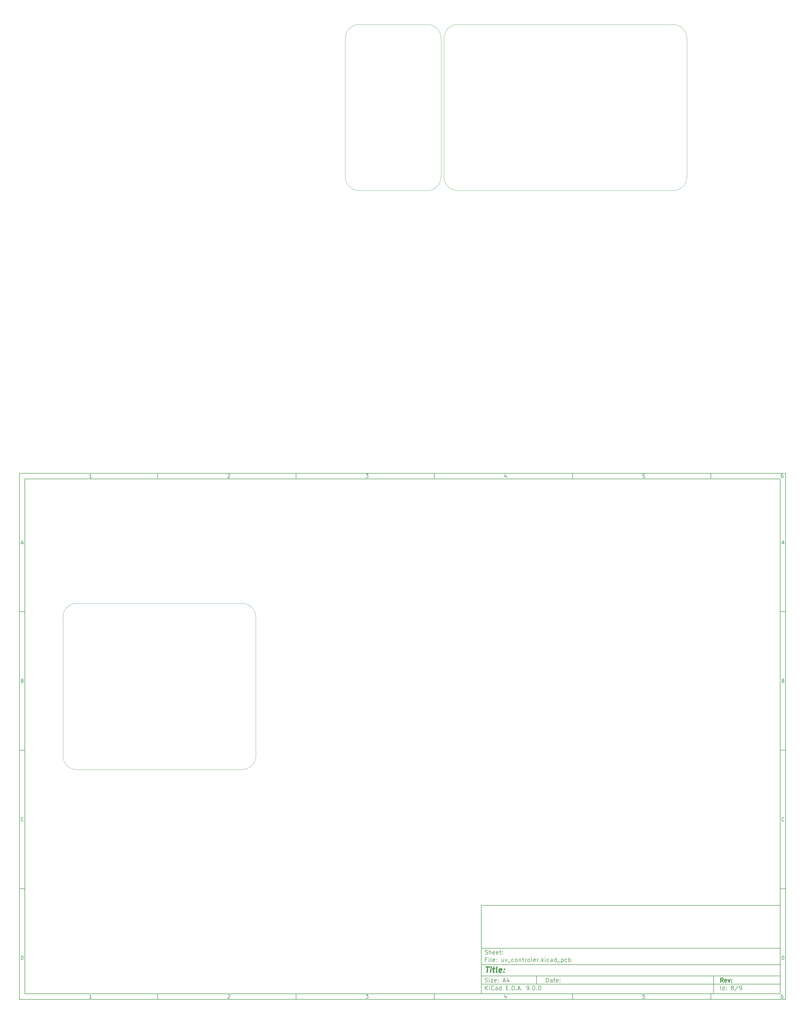
<source format=gbr>
%TF.GenerationSoftware,KiCad,Pcbnew,9.0.0*%
%TF.CreationDate,2025-06-04T23:26:29+02:00*%
%TF.ProjectId,uv_controler,75765f63-6f6e-4747-926f-6c65722e6b69,rev?*%
%TF.SameCoordinates,Original*%
%TF.FileFunction,Profile,NP*%
%FSLAX46Y46*%
G04 Gerber Fmt 4.6, Leading zero omitted, Abs format (unit mm)*
G04 Created by KiCad (PCBNEW 9.0.0) date 2025-06-04 23:26:29*
%MOMM*%
%LPD*%
G01*
G04 APERTURE LIST*
%ADD10C,0.100000*%
%ADD11C,0.150000*%
%ADD12C,0.300000*%
%ADD13C,0.400000*%
%TA.AperFunction,Profile*%
%ADD14C,0.050000*%
%TD*%
G04 APERTURE END LIST*
D10*
D11*
X177002200Y-166007200D02*
X285002200Y-166007200D01*
X285002200Y-198007200D01*
X177002200Y-198007200D01*
X177002200Y-166007200D01*
D10*
D11*
X10000000Y-10000000D02*
X287002200Y-10000000D01*
X287002200Y-200007200D01*
X10000000Y-200007200D01*
X10000000Y-10000000D01*
D10*
D11*
X12000000Y-12000000D02*
X285002200Y-12000000D01*
X285002200Y-198007200D01*
X12000000Y-198007200D01*
X12000000Y-12000000D01*
D10*
D11*
X60000000Y-12000000D02*
X60000000Y-10000000D01*
D10*
D11*
X110000000Y-12000000D02*
X110000000Y-10000000D01*
D10*
D11*
X160000000Y-12000000D02*
X160000000Y-10000000D01*
D10*
D11*
X210000000Y-12000000D02*
X210000000Y-10000000D01*
D10*
D11*
X260000000Y-12000000D02*
X260000000Y-10000000D01*
D10*
D11*
X36089160Y-11593604D02*
X35346303Y-11593604D01*
X35717731Y-11593604D02*
X35717731Y-10293604D01*
X35717731Y-10293604D02*
X35593922Y-10479319D01*
X35593922Y-10479319D02*
X35470112Y-10603128D01*
X35470112Y-10603128D02*
X35346303Y-10665033D01*
D10*
D11*
X85346303Y-10417414D02*
X85408207Y-10355509D01*
X85408207Y-10355509D02*
X85532017Y-10293604D01*
X85532017Y-10293604D02*
X85841541Y-10293604D01*
X85841541Y-10293604D02*
X85965350Y-10355509D01*
X85965350Y-10355509D02*
X86027255Y-10417414D01*
X86027255Y-10417414D02*
X86089160Y-10541223D01*
X86089160Y-10541223D02*
X86089160Y-10665033D01*
X86089160Y-10665033D02*
X86027255Y-10850747D01*
X86027255Y-10850747D02*
X85284398Y-11593604D01*
X85284398Y-11593604D02*
X86089160Y-11593604D01*
D10*
D11*
X135284398Y-10293604D02*
X136089160Y-10293604D01*
X136089160Y-10293604D02*
X135655826Y-10788842D01*
X135655826Y-10788842D02*
X135841541Y-10788842D01*
X135841541Y-10788842D02*
X135965350Y-10850747D01*
X135965350Y-10850747D02*
X136027255Y-10912652D01*
X136027255Y-10912652D02*
X136089160Y-11036461D01*
X136089160Y-11036461D02*
X136089160Y-11345985D01*
X136089160Y-11345985D02*
X136027255Y-11469795D01*
X136027255Y-11469795D02*
X135965350Y-11531700D01*
X135965350Y-11531700D02*
X135841541Y-11593604D01*
X135841541Y-11593604D02*
X135470112Y-11593604D01*
X135470112Y-11593604D02*
X135346303Y-11531700D01*
X135346303Y-11531700D02*
X135284398Y-11469795D01*
D10*
D11*
X185965350Y-10726938D02*
X185965350Y-11593604D01*
X185655826Y-10231700D02*
X185346303Y-11160271D01*
X185346303Y-11160271D02*
X186151064Y-11160271D01*
D10*
D11*
X236027255Y-10293604D02*
X235408207Y-10293604D01*
X235408207Y-10293604D02*
X235346303Y-10912652D01*
X235346303Y-10912652D02*
X235408207Y-10850747D01*
X235408207Y-10850747D02*
X235532017Y-10788842D01*
X235532017Y-10788842D02*
X235841541Y-10788842D01*
X235841541Y-10788842D02*
X235965350Y-10850747D01*
X235965350Y-10850747D02*
X236027255Y-10912652D01*
X236027255Y-10912652D02*
X236089160Y-11036461D01*
X236089160Y-11036461D02*
X236089160Y-11345985D01*
X236089160Y-11345985D02*
X236027255Y-11469795D01*
X236027255Y-11469795D02*
X235965350Y-11531700D01*
X235965350Y-11531700D02*
X235841541Y-11593604D01*
X235841541Y-11593604D02*
X235532017Y-11593604D01*
X235532017Y-11593604D02*
X235408207Y-11531700D01*
X235408207Y-11531700D02*
X235346303Y-11469795D01*
D10*
D11*
X285965350Y-10293604D02*
X285717731Y-10293604D01*
X285717731Y-10293604D02*
X285593922Y-10355509D01*
X285593922Y-10355509D02*
X285532017Y-10417414D01*
X285532017Y-10417414D02*
X285408207Y-10603128D01*
X285408207Y-10603128D02*
X285346303Y-10850747D01*
X285346303Y-10850747D02*
X285346303Y-11345985D01*
X285346303Y-11345985D02*
X285408207Y-11469795D01*
X285408207Y-11469795D02*
X285470112Y-11531700D01*
X285470112Y-11531700D02*
X285593922Y-11593604D01*
X285593922Y-11593604D02*
X285841541Y-11593604D01*
X285841541Y-11593604D02*
X285965350Y-11531700D01*
X285965350Y-11531700D02*
X286027255Y-11469795D01*
X286027255Y-11469795D02*
X286089160Y-11345985D01*
X286089160Y-11345985D02*
X286089160Y-11036461D01*
X286089160Y-11036461D02*
X286027255Y-10912652D01*
X286027255Y-10912652D02*
X285965350Y-10850747D01*
X285965350Y-10850747D02*
X285841541Y-10788842D01*
X285841541Y-10788842D02*
X285593922Y-10788842D01*
X285593922Y-10788842D02*
X285470112Y-10850747D01*
X285470112Y-10850747D02*
X285408207Y-10912652D01*
X285408207Y-10912652D02*
X285346303Y-11036461D01*
D10*
D11*
X60000000Y-198007200D02*
X60000000Y-200007200D01*
D10*
D11*
X110000000Y-198007200D02*
X110000000Y-200007200D01*
D10*
D11*
X160000000Y-198007200D02*
X160000000Y-200007200D01*
D10*
D11*
X210000000Y-198007200D02*
X210000000Y-200007200D01*
D10*
D11*
X260000000Y-198007200D02*
X260000000Y-200007200D01*
D10*
D11*
X36089160Y-199600804D02*
X35346303Y-199600804D01*
X35717731Y-199600804D02*
X35717731Y-198300804D01*
X35717731Y-198300804D02*
X35593922Y-198486519D01*
X35593922Y-198486519D02*
X35470112Y-198610328D01*
X35470112Y-198610328D02*
X35346303Y-198672233D01*
D10*
D11*
X85346303Y-198424614D02*
X85408207Y-198362709D01*
X85408207Y-198362709D02*
X85532017Y-198300804D01*
X85532017Y-198300804D02*
X85841541Y-198300804D01*
X85841541Y-198300804D02*
X85965350Y-198362709D01*
X85965350Y-198362709D02*
X86027255Y-198424614D01*
X86027255Y-198424614D02*
X86089160Y-198548423D01*
X86089160Y-198548423D02*
X86089160Y-198672233D01*
X86089160Y-198672233D02*
X86027255Y-198857947D01*
X86027255Y-198857947D02*
X85284398Y-199600804D01*
X85284398Y-199600804D02*
X86089160Y-199600804D01*
D10*
D11*
X135284398Y-198300804D02*
X136089160Y-198300804D01*
X136089160Y-198300804D02*
X135655826Y-198796042D01*
X135655826Y-198796042D02*
X135841541Y-198796042D01*
X135841541Y-198796042D02*
X135965350Y-198857947D01*
X135965350Y-198857947D02*
X136027255Y-198919852D01*
X136027255Y-198919852D02*
X136089160Y-199043661D01*
X136089160Y-199043661D02*
X136089160Y-199353185D01*
X136089160Y-199353185D02*
X136027255Y-199476995D01*
X136027255Y-199476995D02*
X135965350Y-199538900D01*
X135965350Y-199538900D02*
X135841541Y-199600804D01*
X135841541Y-199600804D02*
X135470112Y-199600804D01*
X135470112Y-199600804D02*
X135346303Y-199538900D01*
X135346303Y-199538900D02*
X135284398Y-199476995D01*
D10*
D11*
X185965350Y-198734138D02*
X185965350Y-199600804D01*
X185655826Y-198238900D02*
X185346303Y-199167471D01*
X185346303Y-199167471D02*
X186151064Y-199167471D01*
D10*
D11*
X236027255Y-198300804D02*
X235408207Y-198300804D01*
X235408207Y-198300804D02*
X235346303Y-198919852D01*
X235346303Y-198919852D02*
X235408207Y-198857947D01*
X235408207Y-198857947D02*
X235532017Y-198796042D01*
X235532017Y-198796042D02*
X235841541Y-198796042D01*
X235841541Y-198796042D02*
X235965350Y-198857947D01*
X235965350Y-198857947D02*
X236027255Y-198919852D01*
X236027255Y-198919852D02*
X236089160Y-199043661D01*
X236089160Y-199043661D02*
X236089160Y-199353185D01*
X236089160Y-199353185D02*
X236027255Y-199476995D01*
X236027255Y-199476995D02*
X235965350Y-199538900D01*
X235965350Y-199538900D02*
X235841541Y-199600804D01*
X235841541Y-199600804D02*
X235532017Y-199600804D01*
X235532017Y-199600804D02*
X235408207Y-199538900D01*
X235408207Y-199538900D02*
X235346303Y-199476995D01*
D10*
D11*
X285965350Y-198300804D02*
X285717731Y-198300804D01*
X285717731Y-198300804D02*
X285593922Y-198362709D01*
X285593922Y-198362709D02*
X285532017Y-198424614D01*
X285532017Y-198424614D02*
X285408207Y-198610328D01*
X285408207Y-198610328D02*
X285346303Y-198857947D01*
X285346303Y-198857947D02*
X285346303Y-199353185D01*
X285346303Y-199353185D02*
X285408207Y-199476995D01*
X285408207Y-199476995D02*
X285470112Y-199538900D01*
X285470112Y-199538900D02*
X285593922Y-199600804D01*
X285593922Y-199600804D02*
X285841541Y-199600804D01*
X285841541Y-199600804D02*
X285965350Y-199538900D01*
X285965350Y-199538900D02*
X286027255Y-199476995D01*
X286027255Y-199476995D02*
X286089160Y-199353185D01*
X286089160Y-199353185D02*
X286089160Y-199043661D01*
X286089160Y-199043661D02*
X286027255Y-198919852D01*
X286027255Y-198919852D02*
X285965350Y-198857947D01*
X285965350Y-198857947D02*
X285841541Y-198796042D01*
X285841541Y-198796042D02*
X285593922Y-198796042D01*
X285593922Y-198796042D02*
X285470112Y-198857947D01*
X285470112Y-198857947D02*
X285408207Y-198919852D01*
X285408207Y-198919852D02*
X285346303Y-199043661D01*
D10*
D11*
X10000000Y-60000000D02*
X12000000Y-60000000D01*
D10*
D11*
X10000000Y-110000000D02*
X12000000Y-110000000D01*
D10*
D11*
X10000000Y-160000000D02*
X12000000Y-160000000D01*
D10*
D11*
X10690476Y-35222176D02*
X11309523Y-35222176D01*
X10566666Y-35593604D02*
X10999999Y-34293604D01*
X10999999Y-34293604D02*
X11433333Y-35593604D01*
D10*
D11*
X11092857Y-84912652D02*
X11278571Y-84974557D01*
X11278571Y-84974557D02*
X11340476Y-85036461D01*
X11340476Y-85036461D02*
X11402380Y-85160271D01*
X11402380Y-85160271D02*
X11402380Y-85345985D01*
X11402380Y-85345985D02*
X11340476Y-85469795D01*
X11340476Y-85469795D02*
X11278571Y-85531700D01*
X11278571Y-85531700D02*
X11154761Y-85593604D01*
X11154761Y-85593604D02*
X10659523Y-85593604D01*
X10659523Y-85593604D02*
X10659523Y-84293604D01*
X10659523Y-84293604D02*
X11092857Y-84293604D01*
X11092857Y-84293604D02*
X11216666Y-84355509D01*
X11216666Y-84355509D02*
X11278571Y-84417414D01*
X11278571Y-84417414D02*
X11340476Y-84541223D01*
X11340476Y-84541223D02*
X11340476Y-84665033D01*
X11340476Y-84665033D02*
X11278571Y-84788842D01*
X11278571Y-84788842D02*
X11216666Y-84850747D01*
X11216666Y-84850747D02*
X11092857Y-84912652D01*
X11092857Y-84912652D02*
X10659523Y-84912652D01*
D10*
D11*
X11402380Y-135469795D02*
X11340476Y-135531700D01*
X11340476Y-135531700D02*
X11154761Y-135593604D01*
X11154761Y-135593604D02*
X11030952Y-135593604D01*
X11030952Y-135593604D02*
X10845238Y-135531700D01*
X10845238Y-135531700D02*
X10721428Y-135407890D01*
X10721428Y-135407890D02*
X10659523Y-135284080D01*
X10659523Y-135284080D02*
X10597619Y-135036461D01*
X10597619Y-135036461D02*
X10597619Y-134850747D01*
X10597619Y-134850747D02*
X10659523Y-134603128D01*
X10659523Y-134603128D02*
X10721428Y-134479319D01*
X10721428Y-134479319D02*
X10845238Y-134355509D01*
X10845238Y-134355509D02*
X11030952Y-134293604D01*
X11030952Y-134293604D02*
X11154761Y-134293604D01*
X11154761Y-134293604D02*
X11340476Y-134355509D01*
X11340476Y-134355509D02*
X11402380Y-134417414D01*
D10*
D11*
X10659523Y-185593604D02*
X10659523Y-184293604D01*
X10659523Y-184293604D02*
X10969047Y-184293604D01*
X10969047Y-184293604D02*
X11154761Y-184355509D01*
X11154761Y-184355509D02*
X11278571Y-184479319D01*
X11278571Y-184479319D02*
X11340476Y-184603128D01*
X11340476Y-184603128D02*
X11402380Y-184850747D01*
X11402380Y-184850747D02*
X11402380Y-185036461D01*
X11402380Y-185036461D02*
X11340476Y-185284080D01*
X11340476Y-185284080D02*
X11278571Y-185407890D01*
X11278571Y-185407890D02*
X11154761Y-185531700D01*
X11154761Y-185531700D02*
X10969047Y-185593604D01*
X10969047Y-185593604D02*
X10659523Y-185593604D01*
D10*
D11*
X287002200Y-60000000D02*
X285002200Y-60000000D01*
D10*
D11*
X287002200Y-110000000D02*
X285002200Y-110000000D01*
D10*
D11*
X287002200Y-160000000D02*
X285002200Y-160000000D01*
D10*
D11*
X285692676Y-35222176D02*
X286311723Y-35222176D01*
X285568866Y-35593604D02*
X286002199Y-34293604D01*
X286002199Y-34293604D02*
X286435533Y-35593604D01*
D10*
D11*
X286095057Y-84912652D02*
X286280771Y-84974557D01*
X286280771Y-84974557D02*
X286342676Y-85036461D01*
X286342676Y-85036461D02*
X286404580Y-85160271D01*
X286404580Y-85160271D02*
X286404580Y-85345985D01*
X286404580Y-85345985D02*
X286342676Y-85469795D01*
X286342676Y-85469795D02*
X286280771Y-85531700D01*
X286280771Y-85531700D02*
X286156961Y-85593604D01*
X286156961Y-85593604D02*
X285661723Y-85593604D01*
X285661723Y-85593604D02*
X285661723Y-84293604D01*
X285661723Y-84293604D02*
X286095057Y-84293604D01*
X286095057Y-84293604D02*
X286218866Y-84355509D01*
X286218866Y-84355509D02*
X286280771Y-84417414D01*
X286280771Y-84417414D02*
X286342676Y-84541223D01*
X286342676Y-84541223D02*
X286342676Y-84665033D01*
X286342676Y-84665033D02*
X286280771Y-84788842D01*
X286280771Y-84788842D02*
X286218866Y-84850747D01*
X286218866Y-84850747D02*
X286095057Y-84912652D01*
X286095057Y-84912652D02*
X285661723Y-84912652D01*
D10*
D11*
X286404580Y-135469795D02*
X286342676Y-135531700D01*
X286342676Y-135531700D02*
X286156961Y-135593604D01*
X286156961Y-135593604D02*
X286033152Y-135593604D01*
X286033152Y-135593604D02*
X285847438Y-135531700D01*
X285847438Y-135531700D02*
X285723628Y-135407890D01*
X285723628Y-135407890D02*
X285661723Y-135284080D01*
X285661723Y-135284080D02*
X285599819Y-135036461D01*
X285599819Y-135036461D02*
X285599819Y-134850747D01*
X285599819Y-134850747D02*
X285661723Y-134603128D01*
X285661723Y-134603128D02*
X285723628Y-134479319D01*
X285723628Y-134479319D02*
X285847438Y-134355509D01*
X285847438Y-134355509D02*
X286033152Y-134293604D01*
X286033152Y-134293604D02*
X286156961Y-134293604D01*
X286156961Y-134293604D02*
X286342676Y-134355509D01*
X286342676Y-134355509D02*
X286404580Y-134417414D01*
D10*
D11*
X285661723Y-185593604D02*
X285661723Y-184293604D01*
X285661723Y-184293604D02*
X285971247Y-184293604D01*
X285971247Y-184293604D02*
X286156961Y-184355509D01*
X286156961Y-184355509D02*
X286280771Y-184479319D01*
X286280771Y-184479319D02*
X286342676Y-184603128D01*
X286342676Y-184603128D02*
X286404580Y-184850747D01*
X286404580Y-184850747D02*
X286404580Y-185036461D01*
X286404580Y-185036461D02*
X286342676Y-185284080D01*
X286342676Y-185284080D02*
X286280771Y-185407890D01*
X286280771Y-185407890D02*
X286156961Y-185531700D01*
X286156961Y-185531700D02*
X285971247Y-185593604D01*
X285971247Y-185593604D02*
X285661723Y-185593604D01*
D10*
D11*
X200458026Y-193793328D02*
X200458026Y-192293328D01*
X200458026Y-192293328D02*
X200815169Y-192293328D01*
X200815169Y-192293328D02*
X201029455Y-192364757D01*
X201029455Y-192364757D02*
X201172312Y-192507614D01*
X201172312Y-192507614D02*
X201243741Y-192650471D01*
X201243741Y-192650471D02*
X201315169Y-192936185D01*
X201315169Y-192936185D02*
X201315169Y-193150471D01*
X201315169Y-193150471D02*
X201243741Y-193436185D01*
X201243741Y-193436185D02*
X201172312Y-193579042D01*
X201172312Y-193579042D02*
X201029455Y-193721900D01*
X201029455Y-193721900D02*
X200815169Y-193793328D01*
X200815169Y-193793328D02*
X200458026Y-193793328D01*
X202600884Y-193793328D02*
X202600884Y-193007614D01*
X202600884Y-193007614D02*
X202529455Y-192864757D01*
X202529455Y-192864757D02*
X202386598Y-192793328D01*
X202386598Y-192793328D02*
X202100884Y-192793328D01*
X202100884Y-192793328D02*
X201958026Y-192864757D01*
X202600884Y-193721900D02*
X202458026Y-193793328D01*
X202458026Y-193793328D02*
X202100884Y-193793328D01*
X202100884Y-193793328D02*
X201958026Y-193721900D01*
X201958026Y-193721900D02*
X201886598Y-193579042D01*
X201886598Y-193579042D02*
X201886598Y-193436185D01*
X201886598Y-193436185D02*
X201958026Y-193293328D01*
X201958026Y-193293328D02*
X202100884Y-193221900D01*
X202100884Y-193221900D02*
X202458026Y-193221900D01*
X202458026Y-193221900D02*
X202600884Y-193150471D01*
X203100884Y-192793328D02*
X203672312Y-192793328D01*
X203315169Y-192293328D02*
X203315169Y-193579042D01*
X203315169Y-193579042D02*
X203386598Y-193721900D01*
X203386598Y-193721900D02*
X203529455Y-193793328D01*
X203529455Y-193793328D02*
X203672312Y-193793328D01*
X204743741Y-193721900D02*
X204600884Y-193793328D01*
X204600884Y-193793328D02*
X204315170Y-193793328D01*
X204315170Y-193793328D02*
X204172312Y-193721900D01*
X204172312Y-193721900D02*
X204100884Y-193579042D01*
X204100884Y-193579042D02*
X204100884Y-193007614D01*
X204100884Y-193007614D02*
X204172312Y-192864757D01*
X204172312Y-192864757D02*
X204315170Y-192793328D01*
X204315170Y-192793328D02*
X204600884Y-192793328D01*
X204600884Y-192793328D02*
X204743741Y-192864757D01*
X204743741Y-192864757D02*
X204815170Y-193007614D01*
X204815170Y-193007614D02*
X204815170Y-193150471D01*
X204815170Y-193150471D02*
X204100884Y-193293328D01*
X205458026Y-193650471D02*
X205529455Y-193721900D01*
X205529455Y-193721900D02*
X205458026Y-193793328D01*
X205458026Y-193793328D02*
X205386598Y-193721900D01*
X205386598Y-193721900D02*
X205458026Y-193650471D01*
X205458026Y-193650471D02*
X205458026Y-193793328D01*
X205458026Y-192864757D02*
X205529455Y-192936185D01*
X205529455Y-192936185D02*
X205458026Y-193007614D01*
X205458026Y-193007614D02*
X205386598Y-192936185D01*
X205386598Y-192936185D02*
X205458026Y-192864757D01*
X205458026Y-192864757D02*
X205458026Y-193007614D01*
D10*
D11*
X177002200Y-194507200D02*
X285002200Y-194507200D01*
D10*
D11*
X178458026Y-196593328D02*
X178458026Y-195093328D01*
X179315169Y-196593328D02*
X178672312Y-195736185D01*
X179315169Y-195093328D02*
X178458026Y-195950471D01*
X179958026Y-196593328D02*
X179958026Y-195593328D01*
X179958026Y-195093328D02*
X179886598Y-195164757D01*
X179886598Y-195164757D02*
X179958026Y-195236185D01*
X179958026Y-195236185D02*
X180029455Y-195164757D01*
X180029455Y-195164757D02*
X179958026Y-195093328D01*
X179958026Y-195093328D02*
X179958026Y-195236185D01*
X181529455Y-196450471D02*
X181458027Y-196521900D01*
X181458027Y-196521900D02*
X181243741Y-196593328D01*
X181243741Y-196593328D02*
X181100884Y-196593328D01*
X181100884Y-196593328D02*
X180886598Y-196521900D01*
X180886598Y-196521900D02*
X180743741Y-196379042D01*
X180743741Y-196379042D02*
X180672312Y-196236185D01*
X180672312Y-196236185D02*
X180600884Y-195950471D01*
X180600884Y-195950471D02*
X180600884Y-195736185D01*
X180600884Y-195736185D02*
X180672312Y-195450471D01*
X180672312Y-195450471D02*
X180743741Y-195307614D01*
X180743741Y-195307614D02*
X180886598Y-195164757D01*
X180886598Y-195164757D02*
X181100884Y-195093328D01*
X181100884Y-195093328D02*
X181243741Y-195093328D01*
X181243741Y-195093328D02*
X181458027Y-195164757D01*
X181458027Y-195164757D02*
X181529455Y-195236185D01*
X182815170Y-196593328D02*
X182815170Y-195807614D01*
X182815170Y-195807614D02*
X182743741Y-195664757D01*
X182743741Y-195664757D02*
X182600884Y-195593328D01*
X182600884Y-195593328D02*
X182315170Y-195593328D01*
X182315170Y-195593328D02*
X182172312Y-195664757D01*
X182815170Y-196521900D02*
X182672312Y-196593328D01*
X182672312Y-196593328D02*
X182315170Y-196593328D01*
X182315170Y-196593328D02*
X182172312Y-196521900D01*
X182172312Y-196521900D02*
X182100884Y-196379042D01*
X182100884Y-196379042D02*
X182100884Y-196236185D01*
X182100884Y-196236185D02*
X182172312Y-196093328D01*
X182172312Y-196093328D02*
X182315170Y-196021900D01*
X182315170Y-196021900D02*
X182672312Y-196021900D01*
X182672312Y-196021900D02*
X182815170Y-195950471D01*
X184172313Y-196593328D02*
X184172313Y-195093328D01*
X184172313Y-196521900D02*
X184029455Y-196593328D01*
X184029455Y-196593328D02*
X183743741Y-196593328D01*
X183743741Y-196593328D02*
X183600884Y-196521900D01*
X183600884Y-196521900D02*
X183529455Y-196450471D01*
X183529455Y-196450471D02*
X183458027Y-196307614D01*
X183458027Y-196307614D02*
X183458027Y-195879042D01*
X183458027Y-195879042D02*
X183529455Y-195736185D01*
X183529455Y-195736185D02*
X183600884Y-195664757D01*
X183600884Y-195664757D02*
X183743741Y-195593328D01*
X183743741Y-195593328D02*
X184029455Y-195593328D01*
X184029455Y-195593328D02*
X184172313Y-195664757D01*
X186029455Y-195807614D02*
X186529455Y-195807614D01*
X186743741Y-196593328D02*
X186029455Y-196593328D01*
X186029455Y-196593328D02*
X186029455Y-195093328D01*
X186029455Y-195093328D02*
X186743741Y-195093328D01*
X187386598Y-196450471D02*
X187458027Y-196521900D01*
X187458027Y-196521900D02*
X187386598Y-196593328D01*
X187386598Y-196593328D02*
X187315170Y-196521900D01*
X187315170Y-196521900D02*
X187386598Y-196450471D01*
X187386598Y-196450471D02*
X187386598Y-196593328D01*
X188100884Y-196593328D02*
X188100884Y-195093328D01*
X188100884Y-195093328D02*
X188458027Y-195093328D01*
X188458027Y-195093328D02*
X188672313Y-195164757D01*
X188672313Y-195164757D02*
X188815170Y-195307614D01*
X188815170Y-195307614D02*
X188886599Y-195450471D01*
X188886599Y-195450471D02*
X188958027Y-195736185D01*
X188958027Y-195736185D02*
X188958027Y-195950471D01*
X188958027Y-195950471D02*
X188886599Y-196236185D01*
X188886599Y-196236185D02*
X188815170Y-196379042D01*
X188815170Y-196379042D02*
X188672313Y-196521900D01*
X188672313Y-196521900D02*
X188458027Y-196593328D01*
X188458027Y-196593328D02*
X188100884Y-196593328D01*
X189600884Y-196450471D02*
X189672313Y-196521900D01*
X189672313Y-196521900D02*
X189600884Y-196593328D01*
X189600884Y-196593328D02*
X189529456Y-196521900D01*
X189529456Y-196521900D02*
X189600884Y-196450471D01*
X189600884Y-196450471D02*
X189600884Y-196593328D01*
X190243742Y-196164757D02*
X190958028Y-196164757D01*
X190100885Y-196593328D02*
X190600885Y-195093328D01*
X190600885Y-195093328D02*
X191100885Y-196593328D01*
X191600884Y-196450471D02*
X191672313Y-196521900D01*
X191672313Y-196521900D02*
X191600884Y-196593328D01*
X191600884Y-196593328D02*
X191529456Y-196521900D01*
X191529456Y-196521900D02*
X191600884Y-196450471D01*
X191600884Y-196450471D02*
X191600884Y-196593328D01*
X193529456Y-196593328D02*
X193815170Y-196593328D01*
X193815170Y-196593328D02*
X193958027Y-196521900D01*
X193958027Y-196521900D02*
X194029456Y-196450471D01*
X194029456Y-196450471D02*
X194172313Y-196236185D01*
X194172313Y-196236185D02*
X194243742Y-195950471D01*
X194243742Y-195950471D02*
X194243742Y-195379042D01*
X194243742Y-195379042D02*
X194172313Y-195236185D01*
X194172313Y-195236185D02*
X194100885Y-195164757D01*
X194100885Y-195164757D02*
X193958027Y-195093328D01*
X193958027Y-195093328D02*
X193672313Y-195093328D01*
X193672313Y-195093328D02*
X193529456Y-195164757D01*
X193529456Y-195164757D02*
X193458027Y-195236185D01*
X193458027Y-195236185D02*
X193386599Y-195379042D01*
X193386599Y-195379042D02*
X193386599Y-195736185D01*
X193386599Y-195736185D02*
X193458027Y-195879042D01*
X193458027Y-195879042D02*
X193529456Y-195950471D01*
X193529456Y-195950471D02*
X193672313Y-196021900D01*
X193672313Y-196021900D02*
X193958027Y-196021900D01*
X193958027Y-196021900D02*
X194100885Y-195950471D01*
X194100885Y-195950471D02*
X194172313Y-195879042D01*
X194172313Y-195879042D02*
X194243742Y-195736185D01*
X194886598Y-196450471D02*
X194958027Y-196521900D01*
X194958027Y-196521900D02*
X194886598Y-196593328D01*
X194886598Y-196593328D02*
X194815170Y-196521900D01*
X194815170Y-196521900D02*
X194886598Y-196450471D01*
X194886598Y-196450471D02*
X194886598Y-196593328D01*
X195886599Y-195093328D02*
X196029456Y-195093328D01*
X196029456Y-195093328D02*
X196172313Y-195164757D01*
X196172313Y-195164757D02*
X196243742Y-195236185D01*
X196243742Y-195236185D02*
X196315170Y-195379042D01*
X196315170Y-195379042D02*
X196386599Y-195664757D01*
X196386599Y-195664757D02*
X196386599Y-196021900D01*
X196386599Y-196021900D02*
X196315170Y-196307614D01*
X196315170Y-196307614D02*
X196243742Y-196450471D01*
X196243742Y-196450471D02*
X196172313Y-196521900D01*
X196172313Y-196521900D02*
X196029456Y-196593328D01*
X196029456Y-196593328D02*
X195886599Y-196593328D01*
X195886599Y-196593328D02*
X195743742Y-196521900D01*
X195743742Y-196521900D02*
X195672313Y-196450471D01*
X195672313Y-196450471D02*
X195600884Y-196307614D01*
X195600884Y-196307614D02*
X195529456Y-196021900D01*
X195529456Y-196021900D02*
X195529456Y-195664757D01*
X195529456Y-195664757D02*
X195600884Y-195379042D01*
X195600884Y-195379042D02*
X195672313Y-195236185D01*
X195672313Y-195236185D02*
X195743742Y-195164757D01*
X195743742Y-195164757D02*
X195886599Y-195093328D01*
X197029455Y-196450471D02*
X197100884Y-196521900D01*
X197100884Y-196521900D02*
X197029455Y-196593328D01*
X197029455Y-196593328D02*
X196958027Y-196521900D01*
X196958027Y-196521900D02*
X197029455Y-196450471D01*
X197029455Y-196450471D02*
X197029455Y-196593328D01*
X198029456Y-195093328D02*
X198172313Y-195093328D01*
X198172313Y-195093328D02*
X198315170Y-195164757D01*
X198315170Y-195164757D02*
X198386599Y-195236185D01*
X198386599Y-195236185D02*
X198458027Y-195379042D01*
X198458027Y-195379042D02*
X198529456Y-195664757D01*
X198529456Y-195664757D02*
X198529456Y-196021900D01*
X198529456Y-196021900D02*
X198458027Y-196307614D01*
X198458027Y-196307614D02*
X198386599Y-196450471D01*
X198386599Y-196450471D02*
X198315170Y-196521900D01*
X198315170Y-196521900D02*
X198172313Y-196593328D01*
X198172313Y-196593328D02*
X198029456Y-196593328D01*
X198029456Y-196593328D02*
X197886599Y-196521900D01*
X197886599Y-196521900D02*
X197815170Y-196450471D01*
X197815170Y-196450471D02*
X197743741Y-196307614D01*
X197743741Y-196307614D02*
X197672313Y-196021900D01*
X197672313Y-196021900D02*
X197672313Y-195664757D01*
X197672313Y-195664757D02*
X197743741Y-195379042D01*
X197743741Y-195379042D02*
X197815170Y-195236185D01*
X197815170Y-195236185D02*
X197886599Y-195164757D01*
X197886599Y-195164757D02*
X198029456Y-195093328D01*
D10*
D11*
X177002200Y-191507200D02*
X285002200Y-191507200D01*
D10*
D12*
X264413853Y-193785528D02*
X263913853Y-193071242D01*
X263556710Y-193785528D02*
X263556710Y-192285528D01*
X263556710Y-192285528D02*
X264128139Y-192285528D01*
X264128139Y-192285528D02*
X264270996Y-192356957D01*
X264270996Y-192356957D02*
X264342425Y-192428385D01*
X264342425Y-192428385D02*
X264413853Y-192571242D01*
X264413853Y-192571242D02*
X264413853Y-192785528D01*
X264413853Y-192785528D02*
X264342425Y-192928385D01*
X264342425Y-192928385D02*
X264270996Y-192999814D01*
X264270996Y-192999814D02*
X264128139Y-193071242D01*
X264128139Y-193071242D02*
X263556710Y-193071242D01*
X265628139Y-193714100D02*
X265485282Y-193785528D01*
X265485282Y-193785528D02*
X265199568Y-193785528D01*
X265199568Y-193785528D02*
X265056710Y-193714100D01*
X265056710Y-193714100D02*
X264985282Y-193571242D01*
X264985282Y-193571242D02*
X264985282Y-192999814D01*
X264985282Y-192999814D02*
X265056710Y-192856957D01*
X265056710Y-192856957D02*
X265199568Y-192785528D01*
X265199568Y-192785528D02*
X265485282Y-192785528D01*
X265485282Y-192785528D02*
X265628139Y-192856957D01*
X265628139Y-192856957D02*
X265699568Y-192999814D01*
X265699568Y-192999814D02*
X265699568Y-193142671D01*
X265699568Y-193142671D02*
X264985282Y-193285528D01*
X266199567Y-192785528D02*
X266556710Y-193785528D01*
X266556710Y-193785528D02*
X266913853Y-192785528D01*
X267485281Y-193642671D02*
X267556710Y-193714100D01*
X267556710Y-193714100D02*
X267485281Y-193785528D01*
X267485281Y-193785528D02*
X267413853Y-193714100D01*
X267413853Y-193714100D02*
X267485281Y-193642671D01*
X267485281Y-193642671D02*
X267485281Y-193785528D01*
X267485281Y-192856957D02*
X267556710Y-192928385D01*
X267556710Y-192928385D02*
X267485281Y-192999814D01*
X267485281Y-192999814D02*
X267413853Y-192928385D01*
X267413853Y-192928385D02*
X267485281Y-192856957D01*
X267485281Y-192856957D02*
X267485281Y-192999814D01*
D10*
D11*
X178386598Y-193721900D02*
X178600884Y-193793328D01*
X178600884Y-193793328D02*
X178958026Y-193793328D01*
X178958026Y-193793328D02*
X179100884Y-193721900D01*
X179100884Y-193721900D02*
X179172312Y-193650471D01*
X179172312Y-193650471D02*
X179243741Y-193507614D01*
X179243741Y-193507614D02*
X179243741Y-193364757D01*
X179243741Y-193364757D02*
X179172312Y-193221900D01*
X179172312Y-193221900D02*
X179100884Y-193150471D01*
X179100884Y-193150471D02*
X178958026Y-193079042D01*
X178958026Y-193079042D02*
X178672312Y-193007614D01*
X178672312Y-193007614D02*
X178529455Y-192936185D01*
X178529455Y-192936185D02*
X178458026Y-192864757D01*
X178458026Y-192864757D02*
X178386598Y-192721900D01*
X178386598Y-192721900D02*
X178386598Y-192579042D01*
X178386598Y-192579042D02*
X178458026Y-192436185D01*
X178458026Y-192436185D02*
X178529455Y-192364757D01*
X178529455Y-192364757D02*
X178672312Y-192293328D01*
X178672312Y-192293328D02*
X179029455Y-192293328D01*
X179029455Y-192293328D02*
X179243741Y-192364757D01*
X179886597Y-193793328D02*
X179886597Y-192793328D01*
X179886597Y-192293328D02*
X179815169Y-192364757D01*
X179815169Y-192364757D02*
X179886597Y-192436185D01*
X179886597Y-192436185D02*
X179958026Y-192364757D01*
X179958026Y-192364757D02*
X179886597Y-192293328D01*
X179886597Y-192293328D02*
X179886597Y-192436185D01*
X180458026Y-192793328D02*
X181243741Y-192793328D01*
X181243741Y-192793328D02*
X180458026Y-193793328D01*
X180458026Y-193793328D02*
X181243741Y-193793328D01*
X182386598Y-193721900D02*
X182243741Y-193793328D01*
X182243741Y-193793328D02*
X181958027Y-193793328D01*
X181958027Y-193793328D02*
X181815169Y-193721900D01*
X181815169Y-193721900D02*
X181743741Y-193579042D01*
X181743741Y-193579042D02*
X181743741Y-193007614D01*
X181743741Y-193007614D02*
X181815169Y-192864757D01*
X181815169Y-192864757D02*
X181958027Y-192793328D01*
X181958027Y-192793328D02*
X182243741Y-192793328D01*
X182243741Y-192793328D02*
X182386598Y-192864757D01*
X182386598Y-192864757D02*
X182458027Y-193007614D01*
X182458027Y-193007614D02*
X182458027Y-193150471D01*
X182458027Y-193150471D02*
X181743741Y-193293328D01*
X183100883Y-193650471D02*
X183172312Y-193721900D01*
X183172312Y-193721900D02*
X183100883Y-193793328D01*
X183100883Y-193793328D02*
X183029455Y-193721900D01*
X183029455Y-193721900D02*
X183100883Y-193650471D01*
X183100883Y-193650471D02*
X183100883Y-193793328D01*
X183100883Y-192864757D02*
X183172312Y-192936185D01*
X183172312Y-192936185D02*
X183100883Y-193007614D01*
X183100883Y-193007614D02*
X183029455Y-192936185D01*
X183029455Y-192936185D02*
X183100883Y-192864757D01*
X183100883Y-192864757D02*
X183100883Y-193007614D01*
X184886598Y-193364757D02*
X185600884Y-193364757D01*
X184743741Y-193793328D02*
X185243741Y-192293328D01*
X185243741Y-192293328D02*
X185743741Y-193793328D01*
X186886598Y-192793328D02*
X186886598Y-193793328D01*
X186529455Y-192221900D02*
X186172312Y-193293328D01*
X186172312Y-193293328D02*
X187100883Y-193293328D01*
D10*
D11*
X263458026Y-196593328D02*
X263458026Y-195093328D01*
X264815170Y-196593328D02*
X264815170Y-195093328D01*
X264815170Y-196521900D02*
X264672312Y-196593328D01*
X264672312Y-196593328D02*
X264386598Y-196593328D01*
X264386598Y-196593328D02*
X264243741Y-196521900D01*
X264243741Y-196521900D02*
X264172312Y-196450471D01*
X264172312Y-196450471D02*
X264100884Y-196307614D01*
X264100884Y-196307614D02*
X264100884Y-195879042D01*
X264100884Y-195879042D02*
X264172312Y-195736185D01*
X264172312Y-195736185D02*
X264243741Y-195664757D01*
X264243741Y-195664757D02*
X264386598Y-195593328D01*
X264386598Y-195593328D02*
X264672312Y-195593328D01*
X264672312Y-195593328D02*
X264815170Y-195664757D01*
X265529455Y-196450471D02*
X265600884Y-196521900D01*
X265600884Y-196521900D02*
X265529455Y-196593328D01*
X265529455Y-196593328D02*
X265458027Y-196521900D01*
X265458027Y-196521900D02*
X265529455Y-196450471D01*
X265529455Y-196450471D02*
X265529455Y-196593328D01*
X265529455Y-195664757D02*
X265600884Y-195736185D01*
X265600884Y-195736185D02*
X265529455Y-195807614D01*
X265529455Y-195807614D02*
X265458027Y-195736185D01*
X265458027Y-195736185D02*
X265529455Y-195664757D01*
X265529455Y-195664757D02*
X265529455Y-195807614D01*
X267600884Y-195736185D02*
X267458027Y-195664757D01*
X267458027Y-195664757D02*
X267386598Y-195593328D01*
X267386598Y-195593328D02*
X267315170Y-195450471D01*
X267315170Y-195450471D02*
X267315170Y-195379042D01*
X267315170Y-195379042D02*
X267386598Y-195236185D01*
X267386598Y-195236185D02*
X267458027Y-195164757D01*
X267458027Y-195164757D02*
X267600884Y-195093328D01*
X267600884Y-195093328D02*
X267886598Y-195093328D01*
X267886598Y-195093328D02*
X268029456Y-195164757D01*
X268029456Y-195164757D02*
X268100884Y-195236185D01*
X268100884Y-195236185D02*
X268172313Y-195379042D01*
X268172313Y-195379042D02*
X268172313Y-195450471D01*
X268172313Y-195450471D02*
X268100884Y-195593328D01*
X268100884Y-195593328D02*
X268029456Y-195664757D01*
X268029456Y-195664757D02*
X267886598Y-195736185D01*
X267886598Y-195736185D02*
X267600884Y-195736185D01*
X267600884Y-195736185D02*
X267458027Y-195807614D01*
X267458027Y-195807614D02*
X267386598Y-195879042D01*
X267386598Y-195879042D02*
X267315170Y-196021900D01*
X267315170Y-196021900D02*
X267315170Y-196307614D01*
X267315170Y-196307614D02*
X267386598Y-196450471D01*
X267386598Y-196450471D02*
X267458027Y-196521900D01*
X267458027Y-196521900D02*
X267600884Y-196593328D01*
X267600884Y-196593328D02*
X267886598Y-196593328D01*
X267886598Y-196593328D02*
X268029456Y-196521900D01*
X268029456Y-196521900D02*
X268100884Y-196450471D01*
X268100884Y-196450471D02*
X268172313Y-196307614D01*
X268172313Y-196307614D02*
X268172313Y-196021900D01*
X268172313Y-196021900D02*
X268100884Y-195879042D01*
X268100884Y-195879042D02*
X268029456Y-195807614D01*
X268029456Y-195807614D02*
X267886598Y-195736185D01*
X269886598Y-195021900D02*
X268600884Y-196950471D01*
X270458027Y-196593328D02*
X270743741Y-196593328D01*
X270743741Y-196593328D02*
X270886598Y-196521900D01*
X270886598Y-196521900D02*
X270958027Y-196450471D01*
X270958027Y-196450471D02*
X271100884Y-196236185D01*
X271100884Y-196236185D02*
X271172313Y-195950471D01*
X271172313Y-195950471D02*
X271172313Y-195379042D01*
X271172313Y-195379042D02*
X271100884Y-195236185D01*
X271100884Y-195236185D02*
X271029456Y-195164757D01*
X271029456Y-195164757D02*
X270886598Y-195093328D01*
X270886598Y-195093328D02*
X270600884Y-195093328D01*
X270600884Y-195093328D02*
X270458027Y-195164757D01*
X270458027Y-195164757D02*
X270386598Y-195236185D01*
X270386598Y-195236185D02*
X270315170Y-195379042D01*
X270315170Y-195379042D02*
X270315170Y-195736185D01*
X270315170Y-195736185D02*
X270386598Y-195879042D01*
X270386598Y-195879042D02*
X270458027Y-195950471D01*
X270458027Y-195950471D02*
X270600884Y-196021900D01*
X270600884Y-196021900D02*
X270886598Y-196021900D01*
X270886598Y-196021900D02*
X271029456Y-195950471D01*
X271029456Y-195950471D02*
X271100884Y-195879042D01*
X271100884Y-195879042D02*
X271172313Y-195736185D01*
D10*
D11*
X177002200Y-187507200D02*
X285002200Y-187507200D01*
D10*
D13*
X178693928Y-188211638D02*
X179836785Y-188211638D01*
X179015357Y-190211638D02*
X179265357Y-188211638D01*
X180253452Y-190211638D02*
X180420119Y-188878304D01*
X180503452Y-188211638D02*
X180396309Y-188306876D01*
X180396309Y-188306876D02*
X180479643Y-188402114D01*
X180479643Y-188402114D02*
X180586786Y-188306876D01*
X180586786Y-188306876D02*
X180503452Y-188211638D01*
X180503452Y-188211638D02*
X180479643Y-188402114D01*
X181086786Y-188878304D02*
X181848690Y-188878304D01*
X181455833Y-188211638D02*
X181241548Y-189925923D01*
X181241548Y-189925923D02*
X181312976Y-190116400D01*
X181312976Y-190116400D02*
X181491548Y-190211638D01*
X181491548Y-190211638D02*
X181682024Y-190211638D01*
X182634405Y-190211638D02*
X182455833Y-190116400D01*
X182455833Y-190116400D02*
X182384405Y-189925923D01*
X182384405Y-189925923D02*
X182598690Y-188211638D01*
X184170119Y-190116400D02*
X183967738Y-190211638D01*
X183967738Y-190211638D02*
X183586785Y-190211638D01*
X183586785Y-190211638D02*
X183408214Y-190116400D01*
X183408214Y-190116400D02*
X183336785Y-189925923D01*
X183336785Y-189925923D02*
X183432024Y-189164019D01*
X183432024Y-189164019D02*
X183551071Y-188973542D01*
X183551071Y-188973542D02*
X183753452Y-188878304D01*
X183753452Y-188878304D02*
X184134404Y-188878304D01*
X184134404Y-188878304D02*
X184312976Y-188973542D01*
X184312976Y-188973542D02*
X184384404Y-189164019D01*
X184384404Y-189164019D02*
X184360595Y-189354495D01*
X184360595Y-189354495D02*
X183384404Y-189544971D01*
X185134405Y-190021161D02*
X185217738Y-190116400D01*
X185217738Y-190116400D02*
X185110595Y-190211638D01*
X185110595Y-190211638D02*
X185027262Y-190116400D01*
X185027262Y-190116400D02*
X185134405Y-190021161D01*
X185134405Y-190021161D02*
X185110595Y-190211638D01*
X185265357Y-188973542D02*
X185348690Y-189068780D01*
X185348690Y-189068780D02*
X185241548Y-189164019D01*
X185241548Y-189164019D02*
X185158214Y-189068780D01*
X185158214Y-189068780D02*
X185265357Y-188973542D01*
X185265357Y-188973542D02*
X185241548Y-189164019D01*
D10*
D11*
X178958026Y-185607614D02*
X178458026Y-185607614D01*
X178458026Y-186393328D02*
X178458026Y-184893328D01*
X178458026Y-184893328D02*
X179172312Y-184893328D01*
X179743740Y-186393328D02*
X179743740Y-185393328D01*
X179743740Y-184893328D02*
X179672312Y-184964757D01*
X179672312Y-184964757D02*
X179743740Y-185036185D01*
X179743740Y-185036185D02*
X179815169Y-184964757D01*
X179815169Y-184964757D02*
X179743740Y-184893328D01*
X179743740Y-184893328D02*
X179743740Y-185036185D01*
X180672312Y-186393328D02*
X180529455Y-186321900D01*
X180529455Y-186321900D02*
X180458026Y-186179042D01*
X180458026Y-186179042D02*
X180458026Y-184893328D01*
X181815169Y-186321900D02*
X181672312Y-186393328D01*
X181672312Y-186393328D02*
X181386598Y-186393328D01*
X181386598Y-186393328D02*
X181243740Y-186321900D01*
X181243740Y-186321900D02*
X181172312Y-186179042D01*
X181172312Y-186179042D02*
X181172312Y-185607614D01*
X181172312Y-185607614D02*
X181243740Y-185464757D01*
X181243740Y-185464757D02*
X181386598Y-185393328D01*
X181386598Y-185393328D02*
X181672312Y-185393328D01*
X181672312Y-185393328D02*
X181815169Y-185464757D01*
X181815169Y-185464757D02*
X181886598Y-185607614D01*
X181886598Y-185607614D02*
X181886598Y-185750471D01*
X181886598Y-185750471D02*
X181172312Y-185893328D01*
X182529454Y-186250471D02*
X182600883Y-186321900D01*
X182600883Y-186321900D02*
X182529454Y-186393328D01*
X182529454Y-186393328D02*
X182458026Y-186321900D01*
X182458026Y-186321900D02*
X182529454Y-186250471D01*
X182529454Y-186250471D02*
X182529454Y-186393328D01*
X182529454Y-185464757D02*
X182600883Y-185536185D01*
X182600883Y-185536185D02*
X182529454Y-185607614D01*
X182529454Y-185607614D02*
X182458026Y-185536185D01*
X182458026Y-185536185D02*
X182529454Y-185464757D01*
X182529454Y-185464757D02*
X182529454Y-185607614D01*
X185029455Y-185393328D02*
X185029455Y-186393328D01*
X184386597Y-185393328D02*
X184386597Y-186179042D01*
X184386597Y-186179042D02*
X184458026Y-186321900D01*
X184458026Y-186321900D02*
X184600883Y-186393328D01*
X184600883Y-186393328D02*
X184815169Y-186393328D01*
X184815169Y-186393328D02*
X184958026Y-186321900D01*
X184958026Y-186321900D02*
X185029455Y-186250471D01*
X185600883Y-185393328D02*
X185958026Y-186393328D01*
X185958026Y-186393328D02*
X186315169Y-185393328D01*
X186529455Y-186536185D02*
X187672312Y-186536185D01*
X188672312Y-186321900D02*
X188529454Y-186393328D01*
X188529454Y-186393328D02*
X188243740Y-186393328D01*
X188243740Y-186393328D02*
X188100883Y-186321900D01*
X188100883Y-186321900D02*
X188029454Y-186250471D01*
X188029454Y-186250471D02*
X187958026Y-186107614D01*
X187958026Y-186107614D02*
X187958026Y-185679042D01*
X187958026Y-185679042D02*
X188029454Y-185536185D01*
X188029454Y-185536185D02*
X188100883Y-185464757D01*
X188100883Y-185464757D02*
X188243740Y-185393328D01*
X188243740Y-185393328D02*
X188529454Y-185393328D01*
X188529454Y-185393328D02*
X188672312Y-185464757D01*
X189529454Y-186393328D02*
X189386597Y-186321900D01*
X189386597Y-186321900D02*
X189315168Y-186250471D01*
X189315168Y-186250471D02*
X189243740Y-186107614D01*
X189243740Y-186107614D02*
X189243740Y-185679042D01*
X189243740Y-185679042D02*
X189315168Y-185536185D01*
X189315168Y-185536185D02*
X189386597Y-185464757D01*
X189386597Y-185464757D02*
X189529454Y-185393328D01*
X189529454Y-185393328D02*
X189743740Y-185393328D01*
X189743740Y-185393328D02*
X189886597Y-185464757D01*
X189886597Y-185464757D02*
X189958026Y-185536185D01*
X189958026Y-185536185D02*
X190029454Y-185679042D01*
X190029454Y-185679042D02*
X190029454Y-186107614D01*
X190029454Y-186107614D02*
X189958026Y-186250471D01*
X189958026Y-186250471D02*
X189886597Y-186321900D01*
X189886597Y-186321900D02*
X189743740Y-186393328D01*
X189743740Y-186393328D02*
X189529454Y-186393328D01*
X190672311Y-185393328D02*
X190672311Y-186393328D01*
X190672311Y-185536185D02*
X190743740Y-185464757D01*
X190743740Y-185464757D02*
X190886597Y-185393328D01*
X190886597Y-185393328D02*
X191100883Y-185393328D01*
X191100883Y-185393328D02*
X191243740Y-185464757D01*
X191243740Y-185464757D02*
X191315169Y-185607614D01*
X191315169Y-185607614D02*
X191315169Y-186393328D01*
X191815169Y-185393328D02*
X192386597Y-185393328D01*
X192029454Y-184893328D02*
X192029454Y-186179042D01*
X192029454Y-186179042D02*
X192100883Y-186321900D01*
X192100883Y-186321900D02*
X192243740Y-186393328D01*
X192243740Y-186393328D02*
X192386597Y-186393328D01*
X192886597Y-186393328D02*
X192886597Y-185393328D01*
X192886597Y-185679042D02*
X192958026Y-185536185D01*
X192958026Y-185536185D02*
X193029455Y-185464757D01*
X193029455Y-185464757D02*
X193172312Y-185393328D01*
X193172312Y-185393328D02*
X193315169Y-185393328D01*
X194029454Y-186393328D02*
X193886597Y-186321900D01*
X193886597Y-186321900D02*
X193815168Y-186250471D01*
X193815168Y-186250471D02*
X193743740Y-186107614D01*
X193743740Y-186107614D02*
X193743740Y-185679042D01*
X193743740Y-185679042D02*
X193815168Y-185536185D01*
X193815168Y-185536185D02*
X193886597Y-185464757D01*
X193886597Y-185464757D02*
X194029454Y-185393328D01*
X194029454Y-185393328D02*
X194243740Y-185393328D01*
X194243740Y-185393328D02*
X194386597Y-185464757D01*
X194386597Y-185464757D02*
X194458026Y-185536185D01*
X194458026Y-185536185D02*
X194529454Y-185679042D01*
X194529454Y-185679042D02*
X194529454Y-186107614D01*
X194529454Y-186107614D02*
X194458026Y-186250471D01*
X194458026Y-186250471D02*
X194386597Y-186321900D01*
X194386597Y-186321900D02*
X194243740Y-186393328D01*
X194243740Y-186393328D02*
X194029454Y-186393328D01*
X195386597Y-186393328D02*
X195243740Y-186321900D01*
X195243740Y-186321900D02*
X195172311Y-186179042D01*
X195172311Y-186179042D02*
X195172311Y-184893328D01*
X196529454Y-186321900D02*
X196386597Y-186393328D01*
X196386597Y-186393328D02*
X196100883Y-186393328D01*
X196100883Y-186393328D02*
X195958025Y-186321900D01*
X195958025Y-186321900D02*
X195886597Y-186179042D01*
X195886597Y-186179042D02*
X195886597Y-185607614D01*
X195886597Y-185607614D02*
X195958025Y-185464757D01*
X195958025Y-185464757D02*
X196100883Y-185393328D01*
X196100883Y-185393328D02*
X196386597Y-185393328D01*
X196386597Y-185393328D02*
X196529454Y-185464757D01*
X196529454Y-185464757D02*
X196600883Y-185607614D01*
X196600883Y-185607614D02*
X196600883Y-185750471D01*
X196600883Y-185750471D02*
X195886597Y-185893328D01*
X197243739Y-186393328D02*
X197243739Y-185393328D01*
X197243739Y-185679042D02*
X197315168Y-185536185D01*
X197315168Y-185536185D02*
X197386597Y-185464757D01*
X197386597Y-185464757D02*
X197529454Y-185393328D01*
X197529454Y-185393328D02*
X197672311Y-185393328D01*
X198172310Y-186250471D02*
X198243739Y-186321900D01*
X198243739Y-186321900D02*
X198172310Y-186393328D01*
X198172310Y-186393328D02*
X198100882Y-186321900D01*
X198100882Y-186321900D02*
X198172310Y-186250471D01*
X198172310Y-186250471D02*
X198172310Y-186393328D01*
X198886596Y-186393328D02*
X198886596Y-184893328D01*
X199029454Y-185821900D02*
X199458025Y-186393328D01*
X199458025Y-185393328D02*
X198886596Y-185964757D01*
X200100882Y-186393328D02*
X200100882Y-185393328D01*
X200100882Y-184893328D02*
X200029454Y-184964757D01*
X200029454Y-184964757D02*
X200100882Y-185036185D01*
X200100882Y-185036185D02*
X200172311Y-184964757D01*
X200172311Y-184964757D02*
X200100882Y-184893328D01*
X200100882Y-184893328D02*
X200100882Y-185036185D01*
X201458026Y-186321900D02*
X201315168Y-186393328D01*
X201315168Y-186393328D02*
X201029454Y-186393328D01*
X201029454Y-186393328D02*
X200886597Y-186321900D01*
X200886597Y-186321900D02*
X200815168Y-186250471D01*
X200815168Y-186250471D02*
X200743740Y-186107614D01*
X200743740Y-186107614D02*
X200743740Y-185679042D01*
X200743740Y-185679042D02*
X200815168Y-185536185D01*
X200815168Y-185536185D02*
X200886597Y-185464757D01*
X200886597Y-185464757D02*
X201029454Y-185393328D01*
X201029454Y-185393328D02*
X201315168Y-185393328D01*
X201315168Y-185393328D02*
X201458026Y-185464757D01*
X202743740Y-186393328D02*
X202743740Y-185607614D01*
X202743740Y-185607614D02*
X202672311Y-185464757D01*
X202672311Y-185464757D02*
X202529454Y-185393328D01*
X202529454Y-185393328D02*
X202243740Y-185393328D01*
X202243740Y-185393328D02*
X202100882Y-185464757D01*
X202743740Y-186321900D02*
X202600882Y-186393328D01*
X202600882Y-186393328D02*
X202243740Y-186393328D01*
X202243740Y-186393328D02*
X202100882Y-186321900D01*
X202100882Y-186321900D02*
X202029454Y-186179042D01*
X202029454Y-186179042D02*
X202029454Y-186036185D01*
X202029454Y-186036185D02*
X202100882Y-185893328D01*
X202100882Y-185893328D02*
X202243740Y-185821900D01*
X202243740Y-185821900D02*
X202600882Y-185821900D01*
X202600882Y-185821900D02*
X202743740Y-185750471D01*
X204100883Y-186393328D02*
X204100883Y-184893328D01*
X204100883Y-186321900D02*
X203958025Y-186393328D01*
X203958025Y-186393328D02*
X203672311Y-186393328D01*
X203672311Y-186393328D02*
X203529454Y-186321900D01*
X203529454Y-186321900D02*
X203458025Y-186250471D01*
X203458025Y-186250471D02*
X203386597Y-186107614D01*
X203386597Y-186107614D02*
X203386597Y-185679042D01*
X203386597Y-185679042D02*
X203458025Y-185536185D01*
X203458025Y-185536185D02*
X203529454Y-185464757D01*
X203529454Y-185464757D02*
X203672311Y-185393328D01*
X203672311Y-185393328D02*
X203958025Y-185393328D01*
X203958025Y-185393328D02*
X204100883Y-185464757D01*
X204458026Y-186536185D02*
X205600883Y-186536185D01*
X205958025Y-185393328D02*
X205958025Y-186893328D01*
X205958025Y-185464757D02*
X206100883Y-185393328D01*
X206100883Y-185393328D02*
X206386597Y-185393328D01*
X206386597Y-185393328D02*
X206529454Y-185464757D01*
X206529454Y-185464757D02*
X206600883Y-185536185D01*
X206600883Y-185536185D02*
X206672311Y-185679042D01*
X206672311Y-185679042D02*
X206672311Y-186107614D01*
X206672311Y-186107614D02*
X206600883Y-186250471D01*
X206600883Y-186250471D02*
X206529454Y-186321900D01*
X206529454Y-186321900D02*
X206386597Y-186393328D01*
X206386597Y-186393328D02*
X206100883Y-186393328D01*
X206100883Y-186393328D02*
X205958025Y-186321900D01*
X207958026Y-186321900D02*
X207815168Y-186393328D01*
X207815168Y-186393328D02*
X207529454Y-186393328D01*
X207529454Y-186393328D02*
X207386597Y-186321900D01*
X207386597Y-186321900D02*
X207315168Y-186250471D01*
X207315168Y-186250471D02*
X207243740Y-186107614D01*
X207243740Y-186107614D02*
X207243740Y-185679042D01*
X207243740Y-185679042D02*
X207315168Y-185536185D01*
X207315168Y-185536185D02*
X207386597Y-185464757D01*
X207386597Y-185464757D02*
X207529454Y-185393328D01*
X207529454Y-185393328D02*
X207815168Y-185393328D01*
X207815168Y-185393328D02*
X207958026Y-185464757D01*
X208600882Y-186393328D02*
X208600882Y-184893328D01*
X208600882Y-185464757D02*
X208743740Y-185393328D01*
X208743740Y-185393328D02*
X209029454Y-185393328D01*
X209029454Y-185393328D02*
X209172311Y-185464757D01*
X209172311Y-185464757D02*
X209243740Y-185536185D01*
X209243740Y-185536185D02*
X209315168Y-185679042D01*
X209315168Y-185679042D02*
X209315168Y-186107614D01*
X209315168Y-186107614D02*
X209243740Y-186250471D01*
X209243740Y-186250471D02*
X209172311Y-186321900D01*
X209172311Y-186321900D02*
X209029454Y-186393328D01*
X209029454Y-186393328D02*
X208743740Y-186393328D01*
X208743740Y-186393328D02*
X208600882Y-186321900D01*
D10*
D11*
X177002200Y-181507200D02*
X285002200Y-181507200D01*
D10*
D11*
X178386598Y-183621900D02*
X178600884Y-183693328D01*
X178600884Y-183693328D02*
X178958026Y-183693328D01*
X178958026Y-183693328D02*
X179100884Y-183621900D01*
X179100884Y-183621900D02*
X179172312Y-183550471D01*
X179172312Y-183550471D02*
X179243741Y-183407614D01*
X179243741Y-183407614D02*
X179243741Y-183264757D01*
X179243741Y-183264757D02*
X179172312Y-183121900D01*
X179172312Y-183121900D02*
X179100884Y-183050471D01*
X179100884Y-183050471D02*
X178958026Y-182979042D01*
X178958026Y-182979042D02*
X178672312Y-182907614D01*
X178672312Y-182907614D02*
X178529455Y-182836185D01*
X178529455Y-182836185D02*
X178458026Y-182764757D01*
X178458026Y-182764757D02*
X178386598Y-182621900D01*
X178386598Y-182621900D02*
X178386598Y-182479042D01*
X178386598Y-182479042D02*
X178458026Y-182336185D01*
X178458026Y-182336185D02*
X178529455Y-182264757D01*
X178529455Y-182264757D02*
X178672312Y-182193328D01*
X178672312Y-182193328D02*
X179029455Y-182193328D01*
X179029455Y-182193328D02*
X179243741Y-182264757D01*
X179886597Y-183693328D02*
X179886597Y-182193328D01*
X180529455Y-183693328D02*
X180529455Y-182907614D01*
X180529455Y-182907614D02*
X180458026Y-182764757D01*
X180458026Y-182764757D02*
X180315169Y-182693328D01*
X180315169Y-182693328D02*
X180100883Y-182693328D01*
X180100883Y-182693328D02*
X179958026Y-182764757D01*
X179958026Y-182764757D02*
X179886597Y-182836185D01*
X181815169Y-183621900D02*
X181672312Y-183693328D01*
X181672312Y-183693328D02*
X181386598Y-183693328D01*
X181386598Y-183693328D02*
X181243740Y-183621900D01*
X181243740Y-183621900D02*
X181172312Y-183479042D01*
X181172312Y-183479042D02*
X181172312Y-182907614D01*
X181172312Y-182907614D02*
X181243740Y-182764757D01*
X181243740Y-182764757D02*
X181386598Y-182693328D01*
X181386598Y-182693328D02*
X181672312Y-182693328D01*
X181672312Y-182693328D02*
X181815169Y-182764757D01*
X181815169Y-182764757D02*
X181886598Y-182907614D01*
X181886598Y-182907614D02*
X181886598Y-183050471D01*
X181886598Y-183050471D02*
X181172312Y-183193328D01*
X183100883Y-183621900D02*
X182958026Y-183693328D01*
X182958026Y-183693328D02*
X182672312Y-183693328D01*
X182672312Y-183693328D02*
X182529454Y-183621900D01*
X182529454Y-183621900D02*
X182458026Y-183479042D01*
X182458026Y-183479042D02*
X182458026Y-182907614D01*
X182458026Y-182907614D02*
X182529454Y-182764757D01*
X182529454Y-182764757D02*
X182672312Y-182693328D01*
X182672312Y-182693328D02*
X182958026Y-182693328D01*
X182958026Y-182693328D02*
X183100883Y-182764757D01*
X183100883Y-182764757D02*
X183172312Y-182907614D01*
X183172312Y-182907614D02*
X183172312Y-183050471D01*
X183172312Y-183050471D02*
X182458026Y-183193328D01*
X183600883Y-182693328D02*
X184172311Y-182693328D01*
X183815168Y-182193328D02*
X183815168Y-183479042D01*
X183815168Y-183479042D02*
X183886597Y-183621900D01*
X183886597Y-183621900D02*
X184029454Y-183693328D01*
X184029454Y-183693328D02*
X184172311Y-183693328D01*
X184672311Y-183550471D02*
X184743740Y-183621900D01*
X184743740Y-183621900D02*
X184672311Y-183693328D01*
X184672311Y-183693328D02*
X184600883Y-183621900D01*
X184600883Y-183621900D02*
X184672311Y-183550471D01*
X184672311Y-183550471D02*
X184672311Y-183693328D01*
X184672311Y-182764757D02*
X184743740Y-182836185D01*
X184743740Y-182836185D02*
X184672311Y-182907614D01*
X184672311Y-182907614D02*
X184600883Y-182836185D01*
X184600883Y-182836185D02*
X184672311Y-182764757D01*
X184672311Y-182764757D02*
X184672311Y-182907614D01*
D10*
D11*
X197002200Y-191507200D02*
X197002200Y-194507200D01*
D10*
D11*
X261002200Y-191507200D02*
X261002200Y-198007200D01*
D14*
X95485534Y-112000000D02*
X95485534Y-62000000D01*
X168437500Y92087500D02*
G75*
G02*
X163437566Y97087500I-34J4999900D01*
G01*
X157437500Y152087500D02*
G75*
G02*
X162437466Y147087500I-34J-5000000D01*
G01*
X95485534Y-112000000D02*
G75*
G02*
X90485534Y-117000034I-5000034J0D01*
G01*
X246287500Y152087500D02*
G75*
G02*
X251287566Y147087500I-34J-5000100D01*
G01*
X163437500Y147087500D02*
X163437500Y97087500D01*
X251287500Y147087500D02*
X251287500Y97087500D01*
X168437500Y152087500D02*
X246287500Y152087500D01*
X251287500Y97087500D02*
G75*
G02*
X246287500Y92087566I-4999934J0D01*
G01*
X127812500Y97087500D02*
X127812500Y147087500D01*
X25735534Y-62000000D02*
G75*
G02*
X30735534Y-57000004I4999996J0D01*
G01*
X127812500Y147087500D02*
G75*
G02*
X132812500Y152087466I4999966J0D01*
G01*
X25735534Y-112000000D02*
X25735534Y-62000000D01*
X246287500Y92087500D02*
X168437500Y92087500D01*
X162437500Y97087500D02*
G75*
G02*
X157437500Y92087466I-5000034J0D01*
G01*
X157437500Y92087500D02*
X132812500Y92087500D01*
X90485534Y-57000000D02*
G75*
G02*
X95485500Y-62000000I-34J-5000000D01*
G01*
X30735534Y-117000000D02*
G75*
G02*
X25735530Y-112000000I-4J5000000D01*
G01*
X132812500Y92087500D02*
G75*
G02*
X127812466Y97087500I-34J5000000D01*
G01*
X162437534Y147087500D02*
X162437500Y97087500D01*
X90485534Y-117000000D02*
X30735534Y-117000000D01*
X163437500Y147087500D02*
G75*
G02*
X168437500Y152087566I5000066J0D01*
G01*
X132812500Y152087500D02*
X157437500Y152087500D01*
X30735534Y-57000000D02*
X90485534Y-57000000D01*
M02*

</source>
